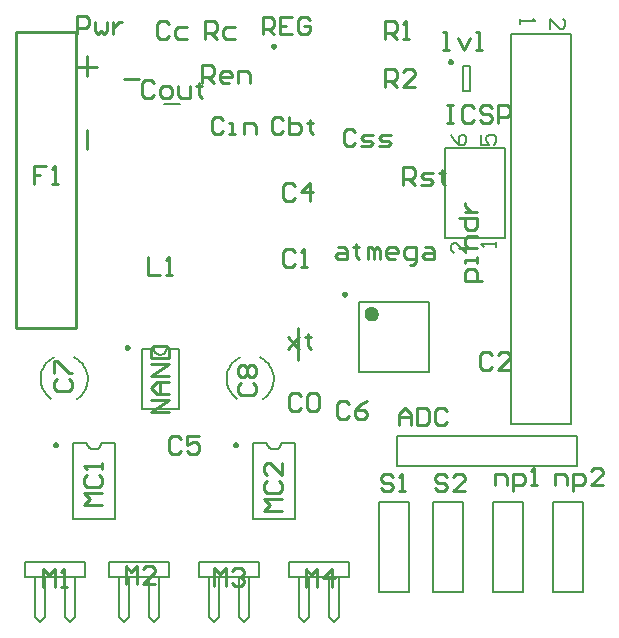
<source format=gto>
%FSTAX23Y23*%
%MOIN*%
%SFA1B1*%

%IPPOS*%
%ADD23C,0.007870*%
%ADD24C,0.010000*%
%ADD42C,0.009840*%
%ADD43C,0.023620*%
%ADD44C,0.008000*%
%LNpaw8-1*%
%LPD*%
G54D23*
X02499Y0386D02*
D01*
X02499Y03858*
X02499Y03857*
X025Y03856*
X025Y03854*
X025Y03853*
X02501Y03852*
X02502Y0385*
X02502Y03849*
X02503Y03848*
X02504Y03847*
X02505Y03846*
X02506Y03845*
X02507Y03844*
X02508Y03843*
X02509Y03842*
X02511Y03842*
X02512Y03841*
X02513Y03841*
X02515Y0384*
X02516Y0384*
X02517Y0384*
X02519Y0384*
X0252*
X02522Y0384*
X02523Y0384*
X02524Y0384*
X02526Y03841*
X02527Y03841*
X02528Y03842*
X0253Y03842*
X02531Y03843*
X02532Y03844*
X02533Y03845*
X02534Y03846*
X02535Y03847*
X02536Y03848*
X02537Y03849*
X02537Y0385*
X02538Y03852*
X02539Y03853*
X02539Y03854*
X02539Y03856*
X0254Y03857*
X0254Y03858*
X0254Y0386*
X02276Y03547D02*
D01*
X02276Y03546*
X02276Y03544*
X02276Y03543*
X02277Y03541*
X02277Y03539*
X02278Y03538*
X02279Y03536*
X02279Y03535*
X0228Y03534*
X02281Y03532*
X02283Y03531*
X02284Y0353*
X02285Y03529*
X02286Y03528*
X02288Y03527*
X02289Y03526*
X02291Y03526*
X02292Y03525*
X02294Y03525*
X02295Y03524*
X02297Y03524*
X02299Y03524*
X023*
X02302Y03524*
X02304Y03524*
X02305Y03525*
X02307Y03525*
X02308Y03526*
X0231Y03526*
X02311Y03527*
X02313Y03528*
X02314Y03529*
X02315Y0353*
X02316Y03531*
X02318Y03532*
X02319Y03534*
X0232Y03535*
X0232Y03536*
X02321Y03538*
X02322Y03539*
X02322Y03541*
X02323Y03543*
X02323Y03544*
X02323Y03546*
X02323Y03547*
X02876D02*
D01*
X02876Y03546*
X02876Y03544*
X02876Y03543*
X02877Y03541*
X02877Y03539*
X02878Y03538*
X02879Y03536*
X02879Y03535*
X0288Y03534*
X02881Y03532*
X02883Y03531*
X02884Y0353*
X02885Y03529*
X02886Y03528*
X02888Y03527*
X02889Y03526*
X02891Y03526*
X02892Y03525*
X02894Y03525*
X02895Y03524*
X02897Y03524*
X02899Y03524*
X029*
X02902Y03524*
X02904Y03524*
X02905Y03525*
X02907Y03525*
X02908Y03526*
X0291Y03526*
X02911Y03527*
X02913Y03528*
X02914Y03529*
X02915Y0353*
X02916Y03531*
X02918Y03532*
X02919Y03534*
X0292Y03535*
X0292Y03536*
X02921Y03538*
X02922Y03539*
X02922Y03541*
X02923Y03543*
X02923Y03544*
X02923Y03546*
X02923Y03547*
X02242Y03693D02*
D01*
X02246Y03696*
X02251Y037*
X02255Y03703*
X02258Y03707*
X02262Y03712*
X02265Y03716*
X02268Y03721*
X02271Y03726*
X02273Y03731*
X02275Y03736*
X02276Y03741*
X02277Y03747*
X02278Y03752*
X02278Y03757*
X02278Y03763*
X02278Y03768*
X02277Y03774*
X02276Y03779*
X02274Y03784*
X02272Y0379*
X0227Y03795*
X02267Y03799*
X02264Y03804*
X02261Y03809*
X02258Y03813*
X02254Y03817*
X0225Y0382*
X02245Y03824*
X02241Y03827*
X02236Y03829*
X02232Y03831*
X02167D02*
D01*
X02162Y03829*
X02157Y03826*
X02153Y03823*
X02148Y03819*
X02144Y03816*
X0214Y03812*
X02137Y03807*
X02134Y03803*
X02131Y03798*
X02128Y03793*
X02126Y03788*
X02124Y03783*
X02123Y03778*
X02122Y03772*
X02121Y03767*
X02121Y03761*
X02121Y03756*
X02121Y0375*
X02122Y03745*
X02123Y0374*
X02125Y03734*
X02127Y03729*
X02129Y03724*
X02132Y03719*
X02135Y03715*
X02138Y0371*
X02142Y03706*
X02145Y03702*
X02149Y03699*
X02154Y03695*
X02157Y03693*
X02862D02*
D01*
X02866Y03696*
X02871Y037*
X02875Y03703*
X02878Y03707*
X02882Y03712*
X02885Y03716*
X02888Y03721*
X02891Y03726*
X02893Y03731*
X02895Y03736*
X02896Y03741*
X02897Y03747*
X02898Y03752*
X02898Y03757*
X02898Y03763*
X02898Y03768*
X02897Y03774*
X02896Y03779*
X02894Y03784*
X02892Y0379*
X0289Y03795*
X02887Y03799*
X02884Y03804*
X02881Y03809*
X02878Y03813*
X02874Y03817*
X0287Y0382*
X02865Y03824*
X02861Y03827*
X02856Y03829*
X02852Y03831*
X02787D02*
D01*
X02782Y03829*
X02777Y03826*
X02773Y03823*
X02768Y03819*
X02764Y03816*
X0276Y03812*
X02757Y03807*
X02754Y03803*
X02751Y03798*
X02748Y03793*
X02746Y03788*
X02744Y03783*
X02743Y03778*
X02742Y03772*
X02741Y03767*
X02741Y03761*
X02741Y03756*
X02741Y0375*
X02742Y03745*
X02743Y0374*
X02745Y03734*
X02747Y03729*
X02749Y03724*
X02752Y03719*
X02755Y03715*
X02758Y0371*
X02762Y03706*
X02765Y03702*
X02769Y03699*
X02774Y03695*
X02777Y03693*
X02458Y0386D02*
X02499D01*
X0254D02*
X02581D01*
X02458Y03659D02*
X02581D01*
X02458D02*
Y0386D01*
X02581Y03659D02*
Y0386D01*
X0363Y0335D02*
X0373D01*
Y0305D02*
Y0335D01*
X0363Y0305D02*
X0373D01*
X0363D02*
Y0335D01*
X0325D02*
X0335D01*
Y0305D02*
Y0335D01*
X0325Y0305D02*
X0335D01*
X0325D02*
Y0335D01*
X0343D02*
X0353D01*
Y0305D02*
Y0335D01*
X0343Y0305D02*
X0353D01*
X0343D02*
Y0335D01*
X0383D02*
X0393D01*
Y0305D02*
Y0335D01*
X0383Y0305D02*
X0393D01*
X0383D02*
Y0335D01*
X0331Y0357D02*
X0391D01*
X0331Y0347D02*
X0391D01*
Y0357*
X0331Y0347D02*
Y0357D01*
X03528Y04718D02*
Y04801D01*
X03551Y04718D02*
Y04801D01*
X03528D02*
X03551D01*
X03528Y04718D02*
X03551D01*
X03183Y03783D02*
X03416D01*
X03183Y04016D02*
X03416D01*
Y03783D02*
Y04016D01*
X03183Y03783D02*
Y04016D01*
X0367Y04338D02*
Y0453D01*
Y0423D02*
Y0453D01*
X0347Y0423D02*
Y0453D01*
Y0423D02*
X0367D01*
X0347Y0453D02*
X0367D01*
X0235Y031D02*
X0255D01*
Y0315*
X0235Y031D02*
Y0315D01*
X0255*
X02383Y02966D02*
Y031D01*
Y02966D02*
X024Y0295D01*
X02416Y02966*
Y031D01*
X02483Y02966D02*
Y031D01*
Y02966D02*
X025Y0295D01*
X02516Y02966*
Y031*
X0207D02*
X0227D01*
Y0315*
X0207Y031D02*
Y0315D01*
X0227*
X02103Y02966D02*
Y031D01*
Y02966D02*
X0212Y0295D01*
X02136Y02966*
Y031D01*
X02203Y02966D02*
Y031D01*
Y02966D02*
X0222Y0295D01*
X02236Y02966*
Y031*
X0237Y03292D02*
Y03547D01*
X02229Y03292D02*
Y03547D01*
Y03292D02*
X0237D01*
X02323Y03547D02*
X0237D01*
X02229D02*
X02276D01*
X0265Y031D02*
X0285D01*
Y0315*
X0265Y031D02*
Y0315D01*
X0285*
X02683Y02966D02*
Y031D01*
Y02966D02*
X027Y0295D01*
X02716Y02966*
Y031D01*
X02783Y02966D02*
Y031D01*
Y02966D02*
X028Y0295D01*
X02816Y02966*
Y031*
X0295D02*
X0315D01*
Y0315*
X0295Y031D02*
Y0315D01*
X0315*
X02983Y02966D02*
Y031D01*
Y02966D02*
X03Y0295D01*
X03016Y02966*
Y031D01*
X03083Y02966D02*
Y031D01*
Y02966D02*
X031Y0295D01*
X03116Y02966*
Y031*
X0297Y03292D02*
Y03547D01*
X02829Y03292D02*
Y03547D01*
Y03292D02*
X0297D01*
X02923Y03547D02*
X0297D01*
X02829D02*
X02876D01*
X0369Y0361D02*
Y0491D01*
X0389Y0361D02*
Y0491D01*
X0369D02*
X0389D01*
X0369Y0361D02*
X0389D01*
X02534Y04674D02*
X02585D01*
G54D24*
X0298Y0383D02*
Y0393D01*
Y03822D02*
Y03922D01*
X02275Y04525D02*
Y0459D01*
Y0477D02*
Y04835D01*
X024Y0476D02*
X0245D01*
X0224Y048D02*
X0231D01*
X0204Y0393D02*
X0224D01*
X0204Y04915D02*
X0224D01*
X0204Y0393D02*
Y04915D01*
X0224Y0393D02*
Y04915D01*
X03316Y03604D02*
Y03643D01*
X03335Y03663*
X03355Y03643*
Y03604*
Y03633*
X03316*
X03375Y03663D02*
Y03604D01*
X03405*
X03415Y03614*
Y03653*
X03405Y03663*
X03375*
X03475Y03653D02*
X03465Y03663D01*
X03445*
X03435Y03653*
Y03614*
X03445Y03604*
X03465*
X03475Y03614*
X03111Y04198D02*
X03131D01*
X03141Y04188*
Y04158*
X03111*
X03101Y04168*
X03111Y04178*
X03141*
X03171Y04208D02*
Y04198D01*
X03161*
X03181*
X03171*
Y04168*
X03181Y04158*
X03211D02*
Y04198D01*
X03221*
X03231Y04188*
Y04158*
Y04188*
X03241Y04198*
X03251Y04188*
Y04158*
X03301D02*
X03281D01*
X03271Y04168*
Y04188*
X03281Y04198*
X03301*
X03311Y04188*
Y04178*
X03271*
X03351Y04138D02*
X03361D01*
X03371Y04148*
Y04198*
X03341*
X03331Y04188*
Y04168*
X03341Y04158*
X03371*
X03401Y04198D02*
X03421D01*
X03431Y04188*
Y04158*
X03401*
X03391Y04168*
X03401Y04178*
X03431*
X0299Y03703D02*
X0298Y03713D01*
X0296*
X0295Y03703*
Y03663*
X0296Y03653*
X0298*
X0299Y03663*
X0301Y03703D02*
X0302Y03713D01*
X0304*
X0305Y03703*
Y03663*
X0304Y03653*
X0302*
X0301Y03663*
Y03703*
X0297Y04183D02*
X0296Y04193D01*
X0294*
X0293Y04183*
Y04143*
X0294Y04133*
X0296*
X0297Y04143*
X0299Y04133D02*
X0301D01*
X03*
Y04193*
X0299Y04183*
X03625Y03838D02*
X03615Y03848D01*
X03596*
X03586Y03838*
Y03799*
X03596Y03789*
X03615*
X03625Y03799*
X03685Y03789D02*
X03645D01*
X03685Y03828*
Y03838*
X03675Y03848*
X03655*
X03645Y03838*
X0297Y04403D02*
X0296Y04413D01*
X0294*
X0293Y04403*
Y04363*
X0294Y04353*
X0296*
X0297Y04363*
X0302Y04353D02*
Y04413D01*
X0299Y04383*
X0303*
X02589Y03559D02*
X02579Y03569D01*
X0256*
X0255Y03559*
Y0352*
X0256Y0351*
X02579*
X02589Y0352*
X02649Y03569D02*
X02609D01*
Y03539*
X02629Y03549*
X02639*
X02649Y03539*
Y0352*
X02639Y0351*
X02619*
X02609Y0352*
X03149Y03674D02*
X03139Y03684D01*
X0312*
X0311Y03674*
Y03635*
X0312Y03625*
X03139*
X03149Y03635*
X03209Y03684D02*
X03189Y03674D01*
X03169Y03654*
Y03635*
X03179Y03625*
X03199*
X03209Y03635*
Y03644*
X03199Y03654*
X03169*
X02175Y03759D02*
X02165Y03749D01*
Y0373*
X02175Y0372*
X02215*
X02225Y0373*
Y03749*
X02215Y03759*
X02165Y03779D02*
Y03819D01*
X02175*
X02215Y03779*
X02225*
X0279Y03744D02*
X0278Y03734D01*
Y03715*
X0279Y03705*
X0283*
X0284Y03715*
Y03734*
X0283Y03744*
X0279Y03764D02*
X0278Y03774D01*
Y03794*
X0279Y03804*
X028*
X0281Y03794*
X0282Y03804*
X0283*
X0284Y03794*
Y03774*
X0283Y03764*
X0282*
X0281Y03774*
X028Y03764*
X0279*
X0281Y03774D02*
Y03794D01*
X0293Y04623D02*
X0292Y04633D01*
X02901*
X02891Y04623*
Y04584*
X02901Y04574*
X0292*
X0293Y04584*
X0295Y04633D02*
Y04574D01*
X0298*
X0299Y04584*
Y04593*
Y04603*
X0298Y04613*
X0295*
X0302Y04623D02*
Y04613D01*
X0301*
X0303*
X0302*
Y04584*
X0303Y04574*
X0255Y04943D02*
X0254Y04953D01*
X0252*
X0251Y04943*
Y04903*
X0252Y04893*
X0254*
X0255Y04903*
X0261Y04933D02*
X0258D01*
X0257Y04923*
Y04903*
X0258Y04893*
X0261*
X0273Y04623D02*
X0272Y04633D01*
X02701*
X02691Y04623*
Y04584*
X02701Y04574*
X0272*
X0273Y04584*
X0275Y04574D02*
X0277D01*
X0276*
Y04613*
X0275*
X028Y04574D02*
Y04613D01*
X0283*
X0284Y04603*
Y04574*
X02499Y04744D02*
X02489Y04754D01*
X0247*
X0246Y04744*
Y04705*
X0247Y04695*
X02489*
X02499Y04705*
X02529Y04695D02*
X02549D01*
X02559Y04705*
Y04724*
X02549Y04734*
X02529*
X02519Y04724*
Y04705*
X02529Y04695*
X02579Y04734D02*
Y04705D01*
X02589Y04695*
X02619*
Y04734*
X02649Y04744D02*
Y04734D01*
X02639*
X02659*
X02649*
Y04705*
X02659Y04695*
X0317Y04583D02*
X0316Y04593D01*
X03141*
X03131Y04583*
Y04544*
X03141Y04534*
X0316*
X0317Y04544*
X0319Y04534D02*
X0322D01*
X0323Y04544*
X0322Y04553*
X032*
X0319Y04563*
X032Y04573*
X0323*
X0325Y04534D02*
X0328D01*
X0329Y04544*
X0328Y04553*
X0326*
X0325Y04563*
X0326Y04573*
X0329*
X02139Y04469D02*
X021D01*
Y04439*
X02119*
X021*
Y0441*
X02159D02*
X02179D01*
X02169*
Y04469*
X02159Y04459*
X03476Y04671D02*
X03496D01*
X03486*
Y04611*
X03476*
X03496*
X03566Y04661D02*
X03556Y04671D01*
X03536*
X03526Y04661*
Y04621*
X03536Y04611*
X03556*
X03566Y04621*
X03626Y04661D02*
X03616Y04671D01*
X03596*
X03586Y04661*
Y04651*
X03596Y04641*
X03616*
X03626Y04631*
Y04621*
X03616Y04611*
X03596*
X03586Y04621*
X03646Y04611D02*
Y04671D01*
X03676*
X03686Y04661*
Y04641*
X03676Y04631*
X03646*
X0248Y04164D02*
Y04105D01*
X02519*
X02539D02*
X02559D01*
X02549*
Y04164*
X02539Y04154*
X03461Y04856D02*
X03481D01*
X03471*
Y04916*
X03461*
X03511Y04896D02*
X03531Y04856D01*
X03551Y04896*
X03571Y04856D02*
X03591D01*
X03581*
Y04916*
X03571*
X0213Y03065D02*
Y03124D01*
X02149Y03104*
X02169Y03124*
Y03065*
X02189D02*
X02209D01*
X02199*
Y03124*
X02189Y03114*
X02405Y03075D02*
Y03134D01*
X02424Y03114*
X02444Y03134*
Y03075*
X02504D02*
X02464D01*
X02504Y03114*
Y03124*
X02494Y03134*
X02474*
X02464Y03124*
X027Y0307D02*
Y03129D01*
X02719Y03109*
X02739Y03129*
Y0307*
X02759Y03119D02*
X02769Y03129D01*
X02789*
X02799Y03119*
Y03109*
X02789Y03099*
X02779*
X02789*
X02799Y03089*
Y0308*
X02789Y0307*
X02769*
X02759Y0308*
X03005Y03065D02*
Y03124D01*
X03024Y03104*
X03044Y03124*
Y03065*
X03094D02*
Y03124D01*
X03064Y03094*
X03104*
X02325Y0334D02*
X02265D01*
X02285Y03359*
X02265Y03379*
X02325*
X02275Y03439D02*
X02265Y03429D01*
Y03409*
X02275Y03399*
X02315*
X02325Y03409*
Y03429*
X02315Y03439*
X02325Y03459D02*
Y03479D01*
Y03469*
X02265*
X02275Y03459*
X02925Y0332D02*
X02865D01*
X02885Y03339*
X02865Y03359*
X02925*
X02875Y03419D02*
X02865Y03409D01*
Y03389*
X02875Y03379*
X02915*
X02925Y03389*
Y03409*
X02915Y03419*
X02925Y03479D02*
Y03439D01*
X02885Y03479*
X02875*
X02865Y03469*
Y03449*
X02875Y03439*
X0255Y0365D02*
X0249D01*
X0255Y03689*
X0249*
X0255Y03709D02*
X0251D01*
X0249Y03729*
X0251Y03749*
X0255*
X0252*
Y03709*
X0255Y03769D02*
X0249D01*
X0255Y03809*
X0249*
Y03829D02*
X0255D01*
Y03859*
X0254Y03869*
X025*
X0249Y03859*
Y03829*
X03636Y03404D02*
Y03443D01*
X03665*
X03675Y03433*
Y03404*
X03695Y03384D02*
Y03443D01*
X03725*
X03735Y03433*
Y03414*
X03725Y03404*
X03695*
X03755D02*
X03775D01*
X03765*
Y03463*
X03755Y03453*
X03836Y03404D02*
Y03443D01*
X03865*
X03875Y03433*
Y03404*
X03895Y03384D02*
Y03443D01*
X03925*
X03935Y03433*
Y03414*
X03925Y03404*
X03895*
X03995D02*
X03955D01*
X03995Y03443*
Y03453*
X03985Y03463*
X03965*
X03955Y03453*
X03594Y04085D02*
X03535D01*
Y04114*
X03545Y04124*
X03565*
X03575Y04114*
Y04085*
Y04144D02*
Y04164D01*
Y04154*
X03535*
Y04144*
X03515Y04194D02*
X03575D01*
X03545*
X03535Y04204*
Y04224*
X03545Y04234*
X03575*
X03515Y04294D02*
X03575D01*
Y04264*
X03565Y04254*
X03545*
X03535Y04264*
Y04294*
Y04314D02*
X03575D01*
X03555*
X03545Y04324*
X03535Y04334*
Y04344*
X02244Y04908D02*
Y04968D01*
X02274*
X02284Y04958*
Y04938*
X02274Y04928*
X02244*
X02304Y04948D02*
Y04918D01*
X02314Y04908*
X02324Y04918*
X02334Y04908*
X02344Y04918*
Y04948*
X02364D02*
Y04908D01*
Y04928*
X02374Y04938*
X02384Y04948*
X02394*
X0327Y04893D02*
Y04953D01*
X033*
X0331Y04943*
Y04923*
X033Y04913*
X0327*
X0329D02*
X0331Y04893D01*
X0333D02*
X0335D01*
X0334*
Y04953*
X0333Y04943*
X0327Y04733D02*
Y04793D01*
X033*
X0331Y04783*
Y04763*
X033Y04753*
X0327*
X0329D02*
X0331Y04733D01*
X0337D02*
X0333D01*
X0337Y04773*
Y04783*
X0336Y04793*
X0334*
X0333Y04783*
X0267Y04893D02*
Y04953D01*
X027*
X0271Y04943*
Y04923*
X027Y04913*
X0267*
X0269D02*
X0271Y04893D01*
X0277Y04933D02*
X0274D01*
X0273Y04923*
Y04903*
X0274Y04893*
X0277*
X0266Y04745D02*
Y04804D01*
X02689*
X02699Y04794*
Y04774*
X02689Y04764*
X0266*
X02679D02*
X02699Y04745D01*
X02749D02*
X02729D01*
X02719Y04755*
Y04774*
X02729Y04784*
X02749*
X02759Y04774*
Y04764*
X02719*
X02779Y04745D02*
Y04784D01*
X02809*
X02819Y04774*
Y04745*
X0333Y04405D02*
Y04464D01*
X03359*
X03369Y04454*
Y04434*
X03359Y04424*
X0333*
X03349D02*
X03369Y04405D01*
X03389D02*
X03419D01*
X03429Y04415*
X03419Y04424*
X03399*
X03389Y04434*
X03399Y04444*
X03429*
X03459Y04454D02*
Y04444D01*
X03449*
X03469*
X03459*
Y04415*
X03469Y04405*
X03295Y03433D02*
X03285Y03443D01*
X03266*
X03256Y03433*
Y03423*
X03266Y03413*
X03285*
X03295Y03403*
Y03394*
X03285Y03384*
X03266*
X03256Y03394*
X03315Y03384D02*
X03335D01*
X03325*
Y03443*
X03315Y03433*
X03475D02*
X03465Y03443D01*
X03446*
X03436Y03433*
Y03423*
X03446Y03413*
X03465*
X03475Y03403*
Y03394*
X03465Y03384*
X03446*
X03436Y03394*
X03535Y03384D02*
X03495D01*
X03535Y03423*
Y03433*
X03525Y03443*
X03505*
X03495Y03433*
X02945Y03899D02*
X02984Y0386D01*
X02964Y03879*
X02984Y03899*
X02945Y0386*
X03014Y03909D02*
Y03899D01*
X03004*
X03024*
X03014*
Y0387*
X03024Y0386*
X02861Y04908D02*
Y04967D01*
X0289*
X029Y04957*
Y04937*
X0289Y04927*
X02861*
X0288D02*
X029Y04908D01*
X0296Y04967D02*
X0292D01*
Y04908*
X0296*
X0292Y04937D02*
X0294D01*
X0302Y04957D02*
X0301Y04967D01*
X0299*
X0298Y04957*
Y04918*
X0299Y04908*
X0301*
X0302Y04918*
Y04937*
X03*
G54D42*
X02415Y03864D02*
D01*
X02415Y03864*
X02415Y03865*
X02415Y03865*
X02415Y03865*
X02415Y03866*
X02415Y03866*
X02415Y03866*
X02414Y03866*
X02414Y03867*
X02414Y03867*
X02414Y03867*
X02414Y03867*
X02413Y03868*
X02413Y03868*
X02413Y03868*
X02412Y03868*
X02412Y03868*
X02412Y03869*
X02411Y03869*
X02411Y03869*
X02411Y03869*
X0241Y03869*
X0241*
X0241Y03869*
X02409Y03869*
X02409Y03869*
X02409Y03869*
X02408Y03868*
X02408Y03868*
X02408Y03868*
X02407Y03868*
X02407Y03868*
X02407Y03867*
X02407Y03867*
X02406Y03867*
X02406Y03867*
X02406Y03866*
X02406Y03866*
X02406Y03866*
X02406Y03866*
X02406Y03865*
X02405Y03865*
X02405Y03865*
X02405Y03864*
X02405Y03864*
X02405Y03863*
X02405Y03863*
X02405Y03863*
X02406Y03862*
X02406Y03862*
X02406Y03862*
X02406Y03862*
X02406Y03861*
X02406Y03861*
X02406Y03861*
X02407Y0386*
X02407Y0386*
X02407Y0386*
X02407Y0386*
X02408Y0386*
X02408Y03859*
X02408Y03859*
X02409Y03859*
X02409Y03859*
X02409Y03859*
X0241Y03859*
X0241Y03859*
X0241*
X02411Y03859*
X02411Y03859*
X02411Y03859*
X02412Y03859*
X02412Y03859*
X02412Y03859*
X02413Y0386*
X02413Y0386*
X02413Y0386*
X02414Y0386*
X02414Y0386*
X02414Y03861*
X02414Y03861*
X02414Y03861*
X02415Y03862*
X02415Y03862*
X02415Y03862*
X02415Y03862*
X02415Y03863*
X02415Y03863*
X02415Y03863*
X02415Y03864*
X03492Y04817D02*
D01*
X03492Y04817*
X03492Y04817*
X03492Y04818*
X03492Y04818*
X03492Y04818*
X03492Y04819*
X03492Y04819*
X03492Y04819*
X03491Y04819*
X03491Y0482*
X03491Y0482*
X03491Y0482*
X0349Y0482*
X0349Y04821*
X0349Y04821*
X03489Y04821*
X03489Y04821*
X03489Y04821*
X03489Y04821*
X03488Y04821*
X03488Y04821*
X03488Y04822*
X03487*
X03487Y04821*
X03486Y04821*
X03486Y04821*
X03486Y04821*
X03485Y04821*
X03485Y04821*
X03485Y04821*
X03485Y04821*
X03484Y0482*
X03484Y0482*
X03484Y0482*
X03484Y0482*
X03483Y04819*
X03483Y04819*
X03483Y04819*
X03483Y04819*
X03483Y04818*
X03483Y04818*
X03483Y04818*
X03482Y04817*
X03482Y04817*
X03482Y04817*
X03482Y04816*
X03482Y04816*
X03483Y04816*
X03483Y04815*
X03483Y04815*
X03483Y04815*
X03483Y04814*
X03483Y04814*
X03483Y04814*
X03484Y04813*
X03484Y04813*
X03484Y04813*
X03484Y04813*
X03485Y04813*
X03485Y04812*
X03485Y04812*
X03485Y04812*
X03486Y04812*
X03486Y04812*
X03486Y04812*
X03487Y04812*
X03487Y04812*
X03488*
X03488Y04812*
X03488Y04812*
X03489Y04812*
X03489Y04812*
X03489Y04812*
X03489Y04812*
X0349Y04812*
X0349Y04813*
X0349Y04813*
X03491Y04813*
X03491Y04813*
X03491Y04813*
X03491Y04814*
X03492Y04814*
X03492Y04814*
X03492Y04815*
X03492Y04815*
X03492Y04815*
X03492Y04816*
X03492Y04816*
X03492Y04816*
X03492Y04817*
X03139Y04042D02*
D01*
X03139Y04043*
X03139Y04043*
X03139Y04043*
X03139Y04044*
X03139Y04044*
X03139Y04044*
X03138Y04045*
X03138Y04045*
X03138Y04045*
X03138Y04045*
X03138Y04046*
X03137Y04046*
X03137Y04046*
X03137Y04046*
X03137Y04046*
X03136Y04047*
X03136Y04047*
X03136Y04047*
X03135Y04047*
X03135Y04047*
X03135Y04047*
X03134Y04047*
X03134*
X03134Y04047*
X03133Y04047*
X03133Y04047*
X03133Y04047*
X03132Y04047*
X03132Y04047*
X03132Y04046*
X03131Y04046*
X03131Y04046*
X03131Y04046*
X03131Y04046*
X0313Y04045*
X0313Y04045*
X0313Y04045*
X0313Y04045*
X0313Y04044*
X0313Y04044*
X03129Y04044*
X03129Y04043*
X03129Y04043*
X03129Y04043*
X03129Y04042*
X03129Y04042*
X03129Y04042*
X03129Y04041*
X03129Y04041*
X0313Y04041*
X0313Y0404*
X0313Y0404*
X0313Y0404*
X0313Y04039*
X0313Y04039*
X03131Y04039*
X03131Y04039*
X03131Y04038*
X03131Y04038*
X03132Y04038*
X03132Y04038*
X03132Y04038*
X03133Y04038*
X03133Y04037*
X03133Y04037*
X03134Y04037*
X03134Y04037*
X03134*
X03135Y04037*
X03135Y04037*
X03135Y04037*
X03136Y04038*
X03136Y04038*
X03136Y04038*
X03137Y04038*
X03137Y04038*
X03137Y04038*
X03137Y04039*
X03138Y04039*
X03138Y04039*
X03138Y04039*
X03138Y0404*
X03138Y0404*
X03139Y0404*
X03139Y04041*
X03139Y04041*
X03139Y04041*
X03139Y04042*
X03139Y04042*
X03139Y04042*
X02175Y03539D02*
D01*
X02175Y03539*
X02175Y03539*
X02175Y0354*
X02175Y0354*
X02175Y0354*
X02175Y03541*
X02175Y03541*
X02175Y03541*
X02175Y03541*
X02174Y03542*
X02174Y03542*
X02174Y03542*
X02174Y03542*
X02173Y03543*
X02173Y03543*
X02173Y03543*
X02172Y03543*
X02172Y03543*
X02172Y03543*
X02171Y03543*
X02171Y03543*
X02171Y03544*
X0217*
X0217Y03543*
X0217Y03543*
X02169Y03543*
X02169Y03543*
X02169Y03543*
X02168Y03543*
X02168Y03543*
X02168Y03543*
X02168Y03542*
X02167Y03542*
X02167Y03542*
X02167Y03542*
X02167Y03541*
X02166Y03541*
X02166Y03541*
X02166Y03541*
X02166Y0354*
X02166Y0354*
X02166Y0354*
X02166Y03539*
X02166Y03539*
X02166Y03539*
X02166Y03538*
X02166Y03538*
X02166Y03538*
X02166Y03537*
X02166Y03537*
X02166Y03537*
X02166Y03536*
X02166Y03536*
X02167Y03536*
X02167Y03535*
X02167Y03535*
X02167Y03535*
X02168Y03535*
X02168Y03535*
X02168Y03534*
X02168Y03534*
X02169Y03534*
X02169Y03534*
X02169Y03534*
X0217Y03534*
X0217Y03534*
X0217Y03534*
X02171*
X02171Y03534*
X02171Y03534*
X02172Y03534*
X02172Y03534*
X02172Y03534*
X02173Y03534*
X02173Y03534*
X02173Y03535*
X02174Y03535*
X02174Y03535*
X02174Y03535*
X02174Y03535*
X02175Y03536*
X02175Y03536*
X02175Y03536*
X02175Y03537*
X02175Y03537*
X02175Y03537*
X02175Y03538*
X02175Y03538*
X02175Y03538*
X02175Y03539*
X02775D02*
D01*
X02775Y03539*
X02775Y03539*
X02775Y0354*
X02775Y0354*
X02775Y0354*
X02775Y03541*
X02775Y03541*
X02775Y03541*
X02775Y03541*
X02774Y03542*
X02774Y03542*
X02774Y03542*
X02774Y03542*
X02773Y03543*
X02773Y03543*
X02773Y03543*
X02772Y03543*
X02772Y03543*
X02772Y03543*
X02771Y03543*
X02771Y03543*
X02771Y03544*
X0277*
X0277Y03543*
X0277Y03543*
X02769Y03543*
X02769Y03543*
X02769Y03543*
X02768Y03543*
X02768Y03543*
X02768Y03543*
X02768Y03542*
X02767Y03542*
X02767Y03542*
X02767Y03542*
X02767Y03541*
X02766Y03541*
X02766Y03541*
X02766Y03541*
X02766Y0354*
X02766Y0354*
X02766Y0354*
X02766Y03539*
X02766Y03539*
X02766Y03539*
X02766Y03538*
X02766Y03538*
X02766Y03538*
X02766Y03537*
X02766Y03537*
X02766Y03537*
X02766Y03536*
X02766Y03536*
X02767Y03536*
X02767Y03535*
X02767Y03535*
X02767Y03535*
X02768Y03535*
X02768Y03535*
X02768Y03534*
X02768Y03534*
X02769Y03534*
X02769Y03534*
X02769Y03534*
X0277Y03534*
X0277Y03534*
X0277Y03534*
X02771*
X02771Y03534*
X02771Y03534*
X02772Y03534*
X02772Y03534*
X02772Y03534*
X02773Y03534*
X02773Y03534*
X02773Y03535*
X02774Y03535*
X02774Y03535*
X02774Y03535*
X02774Y03535*
X02775Y03536*
X02775Y03536*
X02775Y03536*
X02775Y03537*
X02775Y03537*
X02775Y03537*
X02775Y03538*
X02775Y03538*
X02775Y03538*
X02775Y03539*
X02903Y04868D02*
D01*
X02903Y04868*
X02903Y04869*
X02903Y04869*
X02902Y04869*
X02902Y0487*
X02902Y0487*
X02902Y0487*
X02902Y04871*
X02902Y04871*
X02902Y04871*
X02901Y04871*
X02901Y04872*
X02901Y04872*
X02901Y04872*
X029Y04872*
X029Y04872*
X029Y04873*
X02899Y04873*
X02899Y04873*
X02899Y04873*
X02898Y04873*
X02898Y04873*
X02898*
X02897Y04873*
X02897Y04873*
X02897Y04873*
X02896Y04873*
X02896Y04873*
X02896Y04872*
X02895Y04872*
X02895Y04872*
X02895Y04872*
X02894Y04872*
X02894Y04871*
X02894Y04871*
X02894Y04871*
X02894Y04871*
X02893Y0487*
X02893Y0487*
X02893Y0487*
X02893Y04869*
X02893Y04869*
X02893Y04869*
X02893Y04868*
X02893Y04868*
X02893Y04868*
X02893Y04867*
X02893Y04867*
X02893Y04867*
X02893Y04866*
X02893Y04866*
X02893Y04866*
X02894Y04865*
X02894Y04865*
X02894Y04865*
X02894Y04865*
X02894Y04864*
X02895Y04864*
X02895Y04864*
X02895Y04864*
X02896Y04864*
X02896Y04863*
X02896Y04863*
X02897Y04863*
X02897Y04863*
X02897Y04863*
X02898Y04863*
X02898*
X02898Y04863*
X02899Y04863*
X02899Y04863*
X02899Y04863*
X029Y04863*
X029Y04864*
X029Y04864*
X02901Y04864*
X02901Y04864*
X02901Y04864*
X02901Y04865*
X02902Y04865*
X02902Y04865*
X02902Y04865*
X02902Y04866*
X02902Y04866*
X02902Y04866*
X02902Y04867*
X02903Y04867*
X02903Y04867*
X02903Y04868*
X02903Y04868*
G54D43*
X03235Y03976D02*
D01*
X03235Y03977*
X03234Y03978*
X03234Y03979*
X03234Y0398*
X03234Y0398*
X03234Y03981*
X03233Y03982*
X03233Y03983*
X03232Y03983*
X03232Y03984*
X03231Y03984*
X03231Y03985*
X0323Y03986*
X03229Y03986*
X03229Y03986*
X03228Y03987*
X03227Y03987*
X03226Y03988*
X03226Y03988*
X03225Y03988*
X03224Y03988*
X03223Y03988*
X03222*
X03221Y03988*
X03221Y03988*
X0322Y03988*
X03219Y03988*
X03218Y03987*
X03218Y03987*
X03217Y03986*
X03216Y03986*
X03215Y03986*
X03215Y03985*
X03214Y03984*
X03214Y03984*
X03213Y03983*
X03213Y03983*
X03212Y03982*
X03212Y03981*
X03212Y0398*
X03211Y0398*
X03211Y03979*
X03211Y03978*
X03211Y03977*
X03211Y03976*
X03211Y03975*
X03211Y03975*
X03211Y03974*
X03211Y03973*
X03212Y03972*
X03212Y03971*
X03212Y03971*
X03213Y0397*
X03213Y03969*
X03214Y03969*
X03214Y03968*
X03215Y03967*
X03215Y03967*
X03216Y03966*
X03217Y03966*
X03218Y03966*
X03218Y03965*
X03219Y03965*
X0322Y03965*
X03221Y03965*
X03221Y03965*
X03222Y03964*
X03223*
X03224Y03965*
X03225Y03965*
X03226Y03965*
X03226Y03965*
X03227Y03965*
X03228Y03966*
X03229Y03966*
X03229Y03966*
X0323Y03967*
X03231Y03967*
X03231Y03968*
X03232Y03969*
X03232Y03969*
X03233Y0397*
X03233Y03971*
X03234Y03971*
X03234Y03972*
X03234Y03973*
X03234Y03974*
X03234Y03975*
X03235Y03975*
X03235Y03976*
G54D44*
X0364Y042D02*
Y04216D01*
Y04208*
X0359*
X03598Y042*
X0354Y04213D02*
Y0418D01*
X03506Y04213*
X03498*
X0349Y04204*
Y04188*
X03498Y0418*
X0359Y04573D02*
Y0454D01*
X03615*
X03606Y04556*
Y04564*
X03615Y04573*
X03631*
X0364Y04564*
Y04548*
X03631Y0454*
X0349Y04573D02*
X03498Y04556D01*
X03515Y0454*
X03531*
X0354Y04548*
Y04564*
X03531Y04573*
X03523*
X03515Y04564*
Y0454*
X0372Y0496D02*
Y04943D01*
Y04951*
X03769*
X03761Y0496*
X0382Y04926D02*
Y0496D01*
X03853Y04926*
X03861*
X03869Y04935*
Y04951*
X03861Y0496*
M02*
</source>
